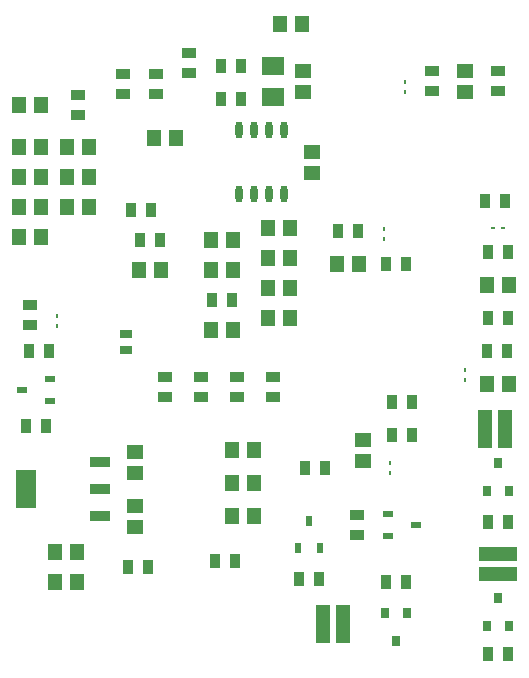
<source format=gbp>
G04*
G04 #@! TF.GenerationSoftware,Altium Limited,Altium Designer,19.0.15 (446)*
G04*
G04 Layer_Color=128*
%FSLAX25Y25*%
%MOIN*%
G70*
G01*
G75*
%ADD33R,0.04528X0.12598*%
%ADD43R,0.02559X0.03740*%
%ADD46R,0.04528X0.05709*%
%ADD47R,0.05709X0.04528*%
%ADD48R,0.05118X0.03347*%
%ADD49R,0.00984X0.01417*%
%ADD50R,0.03347X0.05118*%
%ADD51R,0.02362X0.03543*%
%ADD54R,0.03543X0.02362*%
%ADD113O,0.02362X0.05709*%
%ADD114R,0.06693X0.03543*%
%ADD115R,0.06693X0.12598*%
%ADD116R,0.03937X0.02992*%
%ADD117R,0.12598X0.04528*%
%ADD118R,0.07284X0.05906*%
%ADD119R,0.01417X0.00984*%
D33*
X79445Y-32000D02*
D03*
X72555D02*
D03*
X25445Y-97000D02*
D03*
X18555D02*
D03*
D43*
X46543Y-93374D02*
D03*
X39457D02*
D03*
X43000Y-102626D02*
D03*
X77000Y-88374D02*
D03*
X80543Y-97626D02*
D03*
X73457D02*
D03*
X77000Y-43374D02*
D03*
X80543Y-52626D02*
D03*
X73457D02*
D03*
D46*
X-4457Y-50000D02*
D03*
X-11543D02*
D03*
X-4457Y-39000D02*
D03*
X-11543D02*
D03*
X-4457Y-61000D02*
D03*
X-11543D02*
D03*
X-63457Y-73000D02*
D03*
X-70543D02*
D03*
X-63457Y-83000D02*
D03*
X-70543D02*
D03*
X-75457Y32000D02*
D03*
X-82543D02*
D03*
X-59457Y62000D02*
D03*
X-66543D02*
D03*
X-59457Y52000D02*
D03*
X-66543D02*
D03*
X-75457Y62000D02*
D03*
X-82543D02*
D03*
X-75457Y52000D02*
D03*
X-82543D02*
D03*
X-59457Y42000D02*
D03*
X-66543D02*
D03*
X7543Y5000D02*
D03*
X457D02*
D03*
X7543Y15000D02*
D03*
X457D02*
D03*
X7543Y25000D02*
D03*
X457D02*
D03*
X11543Y103000D02*
D03*
X4457D02*
D03*
X-30457Y65000D02*
D03*
X-37543D02*
D03*
X7543Y35000D02*
D03*
X457D02*
D03*
X-75457Y42000D02*
D03*
X-82543D02*
D03*
X-75457Y76000D02*
D03*
X-82543D02*
D03*
X-11457Y21000D02*
D03*
X-18543D02*
D03*
X-11457Y1000D02*
D03*
X-18543D02*
D03*
X-35457Y21000D02*
D03*
X-42543D02*
D03*
X80543Y-17000D02*
D03*
X73457D02*
D03*
X30543Y23000D02*
D03*
X23457D02*
D03*
X80543Y16000D02*
D03*
X73457D02*
D03*
X-11457Y31000D02*
D03*
X-18543D02*
D03*
D47*
X-44000Y-39457D02*
D03*
Y-46543D02*
D03*
X-44000Y-57457D02*
D03*
Y-64543D02*
D03*
X15000Y60543D02*
D03*
Y53457D02*
D03*
X12000Y87543D02*
D03*
Y80457D02*
D03*
X32000Y-35457D02*
D03*
Y-42543D02*
D03*
X66000Y87543D02*
D03*
Y80457D02*
D03*
D48*
X2000Y-14653D02*
D03*
Y-21346D02*
D03*
X-10000Y-21347D02*
D03*
Y-14654D02*
D03*
X-34000Y-21347D02*
D03*
Y-14654D02*
D03*
X30000Y-60654D02*
D03*
Y-67347D02*
D03*
X-63000Y72654D02*
D03*
Y79347D02*
D03*
X-48000Y86347D02*
D03*
Y79654D02*
D03*
X-37000Y79654D02*
D03*
Y86347D02*
D03*
X-22000Y-21347D02*
D03*
Y-14654D02*
D03*
X55000Y80654D02*
D03*
Y87347D02*
D03*
X77000Y87347D02*
D03*
Y80654D02*
D03*
X-26000Y86654D02*
D03*
Y93347D02*
D03*
X-79000Y2654D02*
D03*
Y9347D02*
D03*
D49*
X46000Y83653D02*
D03*
Y80347D02*
D03*
X-70000Y5654D02*
D03*
Y2347D02*
D03*
X39000Y34654D02*
D03*
Y31346D02*
D03*
X66000Y-12347D02*
D03*
Y-15653D02*
D03*
X41000Y-43347D02*
D03*
Y-46654D02*
D03*
D50*
X-72654Y-6000D02*
D03*
X-79347D02*
D03*
X-10654Y-76000D02*
D03*
X-17346D02*
D03*
X19346Y-45000D02*
D03*
X12653D02*
D03*
X-39654Y-78000D02*
D03*
X-46346D02*
D03*
X48346Y-23000D02*
D03*
X41654D02*
D03*
X80347Y5000D02*
D03*
X73654D02*
D03*
X46347Y23000D02*
D03*
X39654D02*
D03*
X79347Y44000D02*
D03*
X72654D02*
D03*
X48346Y-34000D02*
D03*
X41653D02*
D03*
X80000Y-6000D02*
D03*
X73307D02*
D03*
X30347Y34000D02*
D03*
X23654D02*
D03*
X80347Y27000D02*
D03*
X73654D02*
D03*
X80347Y-63000D02*
D03*
X73654D02*
D03*
X80347Y-107000D02*
D03*
X73654D02*
D03*
X46346Y-83000D02*
D03*
X39654D02*
D03*
X17346Y-82000D02*
D03*
X10654D02*
D03*
X-8653Y78000D02*
D03*
X-15346D02*
D03*
X-8653Y89000D02*
D03*
X-15346D02*
D03*
X-11654Y11000D02*
D03*
X-18347D02*
D03*
X-35653Y31000D02*
D03*
X-42346D02*
D03*
X-38654Y41000D02*
D03*
X-45347D02*
D03*
X-73654Y-31000D02*
D03*
X-80347D02*
D03*
D51*
X14000Y-62472D02*
D03*
X10260Y-71528D02*
D03*
X17740D02*
D03*
D54*
X-72472Y-15260D02*
D03*
Y-22740D02*
D03*
X-81528Y-19000D02*
D03*
X49528Y-64000D02*
D03*
X40472Y-60260D02*
D03*
Y-67740D02*
D03*
D113*
X5500Y67728D02*
D03*
X500D02*
D03*
Y46272D02*
D03*
X-4500D02*
D03*
X5500D02*
D03*
X-4500Y67728D02*
D03*
X-9500D02*
D03*
Y46272D02*
D03*
D114*
X-55598Y-42945D02*
D03*
Y-52000D02*
D03*
Y-61055D02*
D03*
D115*
X-80402Y-52000D02*
D03*
D116*
X-47000Y-362D02*
D03*
Y-5638D02*
D03*
D117*
X77000Y-73555D02*
D03*
Y-80445D02*
D03*
D118*
X2000Y89217D02*
D03*
Y78784D02*
D03*
D119*
X78654Y35000D02*
D03*
X75346D02*
D03*
M02*

</source>
